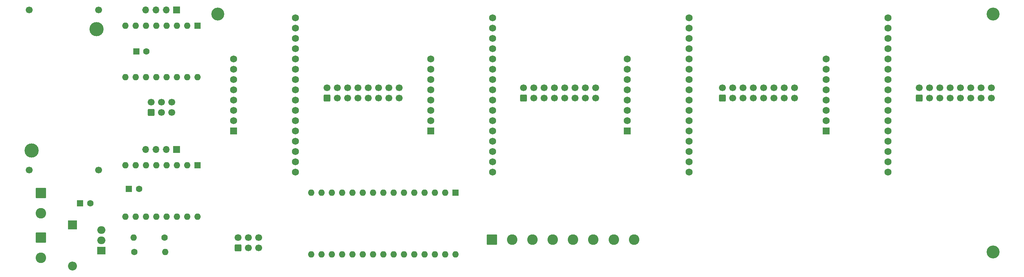
<source format=gbr>
%TF.GenerationSoftware,KiCad,Pcbnew,9.0.0*%
%TF.CreationDate,2025-03-13T12:01:59+01:00*%
%TF.ProjectId,chessboard_pcb,63686573-7362-46f6-9172-645f7063622e,rev?*%
%TF.SameCoordinates,Original*%
%TF.FileFunction,Soldermask,Top*%
%TF.FilePolarity,Negative*%
%FSLAX46Y46*%
G04 Gerber Fmt 4.6, Leading zero omitted, Abs format (unit mm)*
G04 Created by KiCad (PCBNEW 9.0.0) date 2025-03-13 12:01:59*
%MOMM*%
%LPD*%
G01*
G04 APERTURE LIST*
G04 Aperture macros list*
%AMRoundRect*
0 Rectangle with rounded corners*
0 $1 Rounding radius*
0 $2 $3 $4 $5 $6 $7 $8 $9 X,Y pos of 4 corners*
0 Add a 4 corners polygon primitive as box body*
4,1,4,$2,$3,$4,$5,$6,$7,$8,$9,$2,$3,0*
0 Add four circle primitives for the rounded corners*
1,1,$1+$1,$2,$3*
1,1,$1+$1,$4,$5*
1,1,$1+$1,$6,$7*
1,1,$1+$1,$8,$9*
0 Add four rect primitives between the rounded corners*
20,1,$1+$1,$2,$3,$4,$5,0*
20,1,$1+$1,$4,$5,$6,$7,0*
20,1,$1+$1,$6,$7,$8,$9,0*
20,1,$1+$1,$8,$9,$2,$3,0*%
G04 Aperture macros list end*
%ADD10O,1.700000X1.700000*%
%ADD11R,1.700000X1.700000*%
%ADD12C,1.600000*%
%ADD13R,1.600000X1.600000*%
%ADD14R,2.000000X1.905000*%
%ADD15O,2.000000X1.905000*%
%ADD16C,3.200000*%
%ADD17O,1.600000X1.600000*%
%ADD18RoundRect,0.250000X-1.050000X-1.050000X1.050000X-1.050000X1.050000X1.050000X-1.050000X1.050000X0*%
%ADD19C,2.600000*%
%ADD20R,2.200000X2.200000*%
%ADD21O,2.200000X2.200000*%
%ADD22RoundRect,0.250000X0.600000X-0.600000X0.600000X0.600000X-0.600000X0.600000X-0.600000X-0.600000X0*%
%ADD23C,1.700000*%
%ADD24RoundRect,0.250000X-1.050000X1.050000X-1.050000X-1.050000X1.050000X-1.050000X1.050000X1.050000X0*%
%ADD25C,3.500000*%
%ADD26C,1.734000*%
%ADD27RoundRect,0.102000X0.765000X0.765000X-0.765000X0.765000X-0.765000X-0.765000X0.765000X-0.765000X0*%
G04 APERTURE END LIST*
D10*
%TO.C,motor*%
X63680000Y-90750000D03*
X66220000Y-90750000D03*
X68760000Y-90750000D03*
D11*
X71300000Y-90750000D03*
%TD*%
D12*
%TO.C,C2*%
X62000000Y-100500000D03*
D13*
X59500000Y-100500000D03*
%TD*%
%TO.C,C3*%
X61317621Y-66500000D03*
D12*
X63817621Y-66500000D03*
%TD*%
D14*
%TO.C,Q1*%
X52695000Y-115720000D03*
D15*
X52695000Y-113180000D03*
X52695000Y-110640000D03*
%TD*%
D16*
%TO.C,H3*%
X272500000Y-57270000D03*
%TD*%
D12*
%TO.C,R1*%
X60880000Y-116000000D03*
D17*
X68500000Y-116000000D03*
%TD*%
D18*
%TO.C,J11*%
X149000000Y-113000000D03*
D19*
X154000000Y-113000000D03*
X159000000Y-113000000D03*
X164000000Y-113000000D03*
X169000000Y-113000000D03*
X174000000Y-113000000D03*
X179000000Y-113000000D03*
X184000000Y-113000000D03*
%TD*%
D20*
%TO.C,D1*%
X45580000Y-109330000D03*
D21*
X45580000Y-119490000D03*
%TD*%
D13*
%TO.C,C1*%
X47500000Y-104000000D03*
D12*
X50000000Y-104000000D03*
%TD*%
D22*
%TO.C,J12*%
X156800000Y-78040000D03*
D23*
X156800000Y-75500000D03*
X159340000Y-78040000D03*
X159340000Y-75500000D03*
X161880000Y-78040000D03*
X161880000Y-75500000D03*
X164420000Y-78040000D03*
X164420000Y-75500000D03*
X166960000Y-78040000D03*
X166960000Y-75500000D03*
X169500000Y-78040000D03*
X169500000Y-75500000D03*
X172040000Y-78040000D03*
X172040000Y-75500000D03*
X174580000Y-78040000D03*
X174580000Y-75500000D03*
%TD*%
D16*
%TO.C,H2*%
X81430000Y-57270000D03*
%TD*%
D13*
%TO.C,A3*%
X76390000Y-60160000D03*
D17*
X73850000Y-60160000D03*
X71310000Y-60160000D03*
X68770000Y-60160000D03*
X66230000Y-60160000D03*
X63690000Y-60160000D03*
X61150000Y-60160000D03*
X58610000Y-60160000D03*
X58610000Y-72860000D03*
X61150000Y-72860000D03*
X63690000Y-72860000D03*
X66230000Y-72860000D03*
X68770000Y-72860000D03*
X71310000Y-72860000D03*
X73850000Y-72860000D03*
X76390000Y-72860000D03*
%TD*%
D16*
%TO.C,H1*%
X272500000Y-116000000D03*
%TD*%
D13*
%TO.C,A4988 *%
X76390000Y-94660000D03*
D17*
X73850000Y-94660000D03*
X71310000Y-94660000D03*
X68770000Y-94660000D03*
X66230000Y-94660000D03*
X63690000Y-94660000D03*
X61150000Y-94660000D03*
X58610000Y-94660000D03*
X58610000Y-107360000D03*
X61150000Y-107360000D03*
X63690000Y-107360000D03*
X66230000Y-107360000D03*
X68770000Y-107360000D03*
X71310000Y-107360000D03*
X73850000Y-107360000D03*
X76390000Y-107360000D03*
%TD*%
D24*
%TO.C,J1*%
X37827500Y-112500000D03*
D19*
X37827500Y-117500000D03*
%TD*%
D25*
%TO.C,BUCK1*%
X35500000Y-91000000D03*
X51502000Y-61028000D03*
D23*
X34928500Y-95762500D03*
X52073500Y-95762500D03*
X34928500Y-56265500D03*
X52073500Y-56265500D03*
%TD*%
D11*
%TO.C,motor*%
X71300000Y-56250000D03*
D10*
X68760000Y-56250000D03*
X66220000Y-56250000D03*
X63680000Y-56250000D03*
%TD*%
D12*
%TO.C,PULLDOWN*%
X68310000Y-112500000D03*
D17*
X60690000Y-112500000D03*
%TD*%
D22*
%TO.C,J8*%
X64955000Y-81540000D03*
D23*
X64955000Y-79000000D03*
X67495000Y-81540000D03*
X67495000Y-79000000D03*
X70035000Y-81540000D03*
X70035000Y-79000000D03*
%TD*%
D22*
%TO.C,J15*%
X254300000Y-78040000D03*
D23*
X254300000Y-75500000D03*
X256840000Y-78040000D03*
X256840000Y-75500000D03*
X259380000Y-78040000D03*
X259380000Y-75500000D03*
X261920000Y-78040000D03*
X261920000Y-75500000D03*
X264460000Y-78040000D03*
X264460000Y-75500000D03*
X267000000Y-78040000D03*
X267000000Y-75500000D03*
X269540000Y-78040000D03*
X269540000Y-75500000D03*
X272080000Y-78040000D03*
X272080000Y-75500000D03*
%TD*%
D22*
%TO.C,J13*%
X108340000Y-78040000D03*
D23*
X108340000Y-75500000D03*
X110880000Y-78040000D03*
X110880000Y-75500000D03*
X113420000Y-78040000D03*
X113420000Y-75500000D03*
X115960000Y-78040000D03*
X115960000Y-75500000D03*
X118500000Y-78040000D03*
X118500000Y-75500000D03*
X121040000Y-78040000D03*
X121040000Y-75500000D03*
X123580000Y-78040000D03*
X123580000Y-75500000D03*
X126120000Y-78040000D03*
X126120000Y-75500000D03*
%TD*%
D13*
%TO.C,A1*%
X140050000Y-101390000D03*
D17*
X137510000Y-101390000D03*
X134970000Y-101390000D03*
X132430000Y-101390000D03*
X129890000Y-101390000D03*
X127350000Y-101390000D03*
X124810000Y-101390000D03*
X122270000Y-101390000D03*
X119730000Y-101390000D03*
X117190000Y-101390000D03*
X114650000Y-101390000D03*
X112110000Y-101390000D03*
X109570000Y-101390000D03*
X107030000Y-101390000D03*
X104490000Y-101390000D03*
X104490000Y-116630000D03*
X107030000Y-116630000D03*
X109570000Y-116630000D03*
X112110000Y-116630000D03*
X114650000Y-116630000D03*
X117190000Y-116630000D03*
X119730000Y-116630000D03*
X122270000Y-116630000D03*
X124810000Y-116630000D03*
X127350000Y-116630000D03*
X129890000Y-116630000D03*
X132430000Y-116630000D03*
X134970000Y-116630000D03*
X137510000Y-116630000D03*
X140050000Y-116630000D03*
%TD*%
D22*
%TO.C,J14*%
X205760000Y-78040000D03*
D23*
X205760000Y-75500000D03*
X208300000Y-78040000D03*
X208300000Y-75500000D03*
X210840000Y-78040000D03*
X210840000Y-75500000D03*
X213380000Y-78040000D03*
X213380000Y-75500000D03*
X215920000Y-78040000D03*
X215920000Y-75500000D03*
X218460000Y-78040000D03*
X218460000Y-75500000D03*
X221000000Y-78040000D03*
X221000000Y-75500000D03*
X223540000Y-78040000D03*
X223540000Y-75500000D03*
%TD*%
D24*
%TO.C,J2*%
X37827500Y-101500000D03*
D19*
X37827500Y-106500000D03*
%TD*%
D22*
%TO.C,J7*%
X86420000Y-115040000D03*
D23*
X86420000Y-112500000D03*
X88960000Y-115040000D03*
X88960000Y-112500000D03*
X91500000Y-115040000D03*
X91500000Y-112500000D03*
%TD*%
D26*
%TO.C,U1*%
X133880000Y-68397500D03*
X149120000Y-76017500D03*
X149120000Y-73477500D03*
X149120000Y-70937500D03*
X149120000Y-68397500D03*
X149120000Y-65857500D03*
X149120000Y-63317500D03*
X149120000Y-60777500D03*
X149120000Y-58237500D03*
X133880000Y-70937500D03*
X133880000Y-73477500D03*
D27*
X133880000Y-86177500D03*
D26*
X133880000Y-78557500D03*
X133880000Y-76017500D03*
X133880000Y-81097500D03*
X149120000Y-96337500D03*
X149120000Y-93797500D03*
X149120000Y-91257500D03*
X149120000Y-88717500D03*
X149120000Y-86177500D03*
X149120000Y-83637500D03*
X149120000Y-81097500D03*
X149120000Y-78557500D03*
X133880000Y-83637500D03*
%TD*%
%TO.C,U3*%
X182380000Y-68397500D03*
X197620000Y-76017500D03*
X197620000Y-73477500D03*
X197620000Y-70937500D03*
X197620000Y-68397500D03*
X197620000Y-65857500D03*
X197620000Y-63317500D03*
X197620000Y-60777500D03*
X197620000Y-58237500D03*
X182380000Y-70937500D03*
X182380000Y-73477500D03*
D27*
X182380000Y-86177500D03*
D26*
X182380000Y-78557500D03*
X182380000Y-76017500D03*
X182380000Y-81097500D03*
X197620000Y-96337500D03*
X197620000Y-93797500D03*
X197620000Y-91257500D03*
X197620000Y-88717500D03*
X197620000Y-86177500D03*
X197620000Y-83637500D03*
X197620000Y-81097500D03*
X197620000Y-78557500D03*
X182380000Y-83637500D03*
%TD*%
%TO.C,U4*%
X231380000Y-68397500D03*
X246620000Y-76017500D03*
X246620000Y-73477500D03*
X246620000Y-70937500D03*
X246620000Y-68397500D03*
X246620000Y-65857500D03*
X246620000Y-63317500D03*
X246620000Y-60777500D03*
X246620000Y-58237500D03*
X231380000Y-70937500D03*
X231380000Y-73477500D03*
D27*
X231380000Y-86177500D03*
D26*
X231380000Y-78557500D03*
X231380000Y-76017500D03*
X231380000Y-81097500D03*
X246620000Y-96337500D03*
X246620000Y-93797500D03*
X246620000Y-91257500D03*
X246620000Y-88717500D03*
X246620000Y-86177500D03*
X246620000Y-83637500D03*
X246620000Y-81097500D03*
X246620000Y-78557500D03*
X231380000Y-83637500D03*
%TD*%
%TO.C,multiplexer*%
X85278750Y-68397500D03*
X100518750Y-76017500D03*
X100518750Y-73477500D03*
X100518750Y-70937500D03*
X100518750Y-68397500D03*
X100518750Y-65857500D03*
X100518750Y-63317500D03*
X100518750Y-60777500D03*
X100518750Y-58237500D03*
X85278750Y-70937500D03*
X85278750Y-73477500D03*
D27*
X85278750Y-86177500D03*
D26*
X85278750Y-78557500D03*
X85278750Y-76017500D03*
X85278750Y-81097500D03*
X100518750Y-96337500D03*
X100518750Y-93797500D03*
X100518750Y-91257500D03*
X100518750Y-88717500D03*
X100518750Y-86177500D03*
X100518750Y-83637500D03*
X100518750Y-81097500D03*
X100518750Y-78557500D03*
X85278750Y-83637500D03*
%TD*%
M02*

</source>
